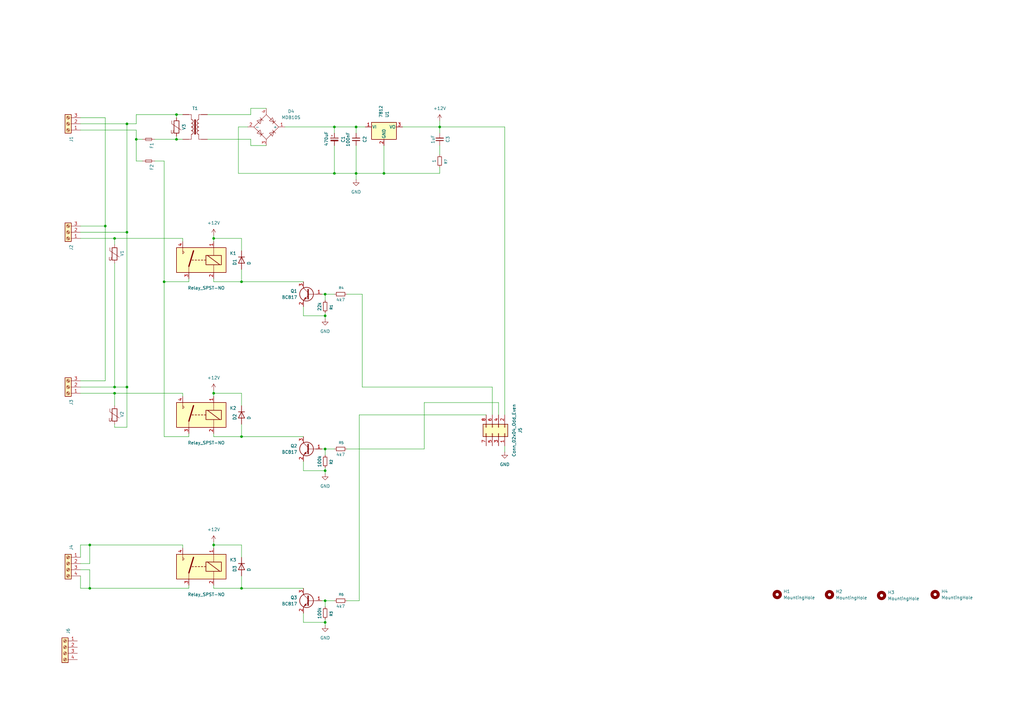
<source format=kicad_sch>
(kicad_sch (version 20250114) (generator "eeschema") (generator_version "9.0")
  (paper "A3")
  (lib_symbols
    (symbol "Connector:Screw_Terminal_01x03" (pin_names (offset 1.016) (hide yes))
      (property "Reference" "J" (at 0 5.08 0))
      (property "Value" "Screw_Terminal_01x03" (at 0 -5.08 0))
      (symbol "Screw_Terminal_01x03_1_1"
        (rectangle (start -1.27 3.81) (end 1.27 -3.81) (stroke (width 0.254)) (fill (type background)))
        (polyline (pts (xy -0.5334 2.8702) (xy 0.3302 2.032)) (stroke (width 0.1524)))
        (polyline (pts (xy -0.5334 0.3302) (xy 0.3302 -0.508)) (stroke (width 0.1524)))
        (polyline (pts (xy -0.5334 -2.2098) (xy 0.3302 -3.048)) (stroke (width 0.1524)))
        (polyline (pts (xy -0.3556 3.048) (xy 0.508 2.2098)) (stroke (width 0.1524)))
        (polyline (pts (xy -0.3556 0.508) (xy 0.508 -0.3302)) (stroke (width 0.1524)))
        (polyline (pts (xy -0.3556 -2.032) (xy 0.508 -2.8702)) (stroke (width 0.1524)))
        (circle (center 0 2.54) (radius 0.635) (stroke (width 0.1524)))
        (circle (center 0 0) (radius 0.635) (stroke (width 0.1524)))
        (circle (center 0 -2.54) (radius 0.635) (stroke (width 0.1524)))
        (pin passive line (at -5.08 2.54 0) (length 3.81) (name "Pin_1") (number "1"))
        (pin passive line (at -5.08 0 0) (length 3.81) (name "Pin_2") (number "2"))
        (pin passive line (at -5.08 -2.54 0) (length 3.81) (name "Pin_3") (number "3"))
      )
    )
    (symbol "Connector:Screw_Terminal_01x04" (pin_names (offset 1.016) (hide yes))
      (property "Reference" "J" (at 0 5.08 0))
      (property "Value" "Screw_Terminal_01x04" (at 0 -7.62 0))
      (symbol "Screw_Terminal_01x04_1_1"
        (rectangle (start -1.27 3.81) (end 1.27 -6.35) (stroke (width 0.254)) (fill (type background)))
        (polyline (pts (xy -0.5334 2.8702) (xy 0.3302 2.032)) (stroke (width 0.1524)))
        (polyline (pts (xy -0.5334 0.3302) (xy 0.3302 -0.508)) (stroke (width 0.1524)))
        (polyline (pts (xy -0.5334 -2.2098) (xy 0.3302 -3.048)) (stroke (width 0.1524)))
        (polyline (pts (xy -0.5334 -4.7498) (xy 0.3302 -5.588)) (stroke (width 0.1524)))
        (polyline (pts (xy -0.3556 3.048) (xy 0.508 2.2098)) (stroke (width 0.1524)))
        (polyline (pts (xy -0.3556 0.508) (xy 0.508 -0.3302)) (stroke (width 0.1524)))
        (polyline (pts (xy -0.3556 -2.032) (xy 0.508 -2.8702)) (stroke (width 0.1524)))
        (polyline (pts (xy -0.3556 -4.572) (xy 0.508 -5.4102)) (stroke (width 0.1524)))
        (circle (center 0 2.54) (radius 0.635) (stroke (width 0.1524)))
        (circle (center 0 0) (radius 0.635) (stroke (width 0.1524)))
        (circle (center 0 -2.54) (radius 0.635) (stroke (width 0.1524)))
        (circle (center 0 -5.08) (radius 0.635) (stroke (width 0.1524)))
        (pin passive line (at -5.08 2.54 0) (length 3.81) (name "Pin_1") (number "1"))
        (pin passive line (at -5.08 0 0) (length 3.81) (name "Pin_2") (number "2"))
        (pin passive line (at -5.08 -2.54 0) (length 3.81) (name "Pin_3") (number "3"))
        (pin passive line (at -5.08 -5.08 0) (length 3.81) (name "Pin_4") (number "4"))
      )
    )
    (symbol "Connector_Generic:Conn_02x04_Odd_Even" (pin_names (offset 1.016) (hide yes))
      (property "Reference" "J" (at 1.27 5.08 0))
      (property "Value" "Conn_02x04_Odd_Even" (at 1.27 -7.62 0))
      (symbol "Conn_02x04_Odd_Even_1_1"
        (rectangle (start -1.27 3.81) (end 3.81 -6.35) (stroke (width 0.254)) (fill (type background)))
        (rectangle (start -1.27 2.667) (end 0 2.413) (stroke (width 0.1524)))
        (rectangle (start -1.27 0.127) (end 0 -0.127) (stroke (width 0.1524)))
        (rectangle (start -1.27 -2.413) (end 0 -2.667) (stroke (width 0.1524)))
        (rectangle (start -1.27 -4.953) (end 0 -5.207) (stroke (width 0.1524)))
        (rectangle (start 3.81 2.667) (end 2.54 2.413) (stroke (width 0.1524)))
        (rectangle (start 3.81 0.127) (end 2.54 -0.127) (stroke (width 0.1524)))
        (rectangle (start 3.81 -2.413) (end 2.54 -2.667) (stroke (width 0.1524)))
        (rectangle (start 3.81 -4.953) (end 2.54 -5.207) (stroke (width 0.1524)))
        (pin passive line (at -5.08 2.54 0) (length 3.81) (name "Pin_1") (number "1"))
        (pin passive line (at -5.08 0 0) (length 3.81) (name "Pin_3") (number "3"))
        (pin passive line (at -5.08 -2.54 0) (length 3.81) (name "Pin_5") (number "5"))
        (pin passive line (at -5.08 -5.08 0) (length 3.81) (name "Pin_7") (number "7"))
        (pin passive line (at 7.62 2.54 180) (length 3.81) (name "Pin_2") (number "2"))
        (pin passive line (at 7.62 0 180) (length 3.81) (name "Pin_4") (number "4"))
        (pin passive line (at 7.62 -2.54 180) (length 3.81) (name "Pin_6") (number "6"))
        (pin passive line (at 7.62 -5.08 180) (length 3.81) (name "Pin_8") (number "8"))
      )
    )
    (symbol "Device:C_Polarized_Small" (pin_numbers (hide yes)) (pin_names (offset 0.254) (hide yes))
      (property "Reference" "C" (at 0.254 1.778 0))
      (property "Value" "C_Polarized_Small" (at 0.254 -2.032 0))
      (symbol "C_Polarized_Small_0_1"
        (rectangle (start -1.524 0.6858) (end 1.524 0.3048))
        (rectangle (start -1.524 -0.3048) (end 1.524 -0.6858) (fill (type outline)))
        (polyline (pts (xy -1.27 1.524) (xy -0.762 1.524)))
        (polyline (pts (xy -1.016 1.27) (xy -1.016 1.778)))
      )
      (symbol "C_Polarized_Small_1_1"
        (pin passive line (at 0 2.54 270) (length 1.8542) (name "~") (number "1"))
        (pin passive line (at 0 -2.54 90) (length 1.8542) (name "~") (number "2"))
      )
    )
    (symbol "Device:C_Small" (pin_numbers (hide yes)) (pin_names (offset 0.254) (hide yes))
      (property "Reference" "C" (at 0.254 1.778 0))
      (property "Value" "C_Small" (at 0.254 -2.032 0))
      (symbol "C_Small_0_1"
        (polyline (pts (xy -1.524 0.508) (xy 1.524 0.508)) (stroke (width 0.3048)))
        (polyline (pts (xy -1.524 -0.508) (xy 1.524 -0.508)) (stroke (width 0.3302)))
      )
      (symbol "C_Small_1_1"
        (pin passive line (at 0 2.54 270) (length 2.032) (name "~") (number "1"))
        (pin passive line (at 0 -2.54 90) (length 2.032) (name "~") (number "2"))
      )
    )
    (symbol "Device:D" (pin_numbers (hide yes)) (pin_names (offset 1.016) (hide yes))
      (property "Reference" "D" (at 0 2.54 0))
      (property "Value" "D" (at 0 -2.54 0))
      (symbol "D_0_1"
        (polyline (pts (xy -1.27 1.27) (xy -1.27 -1.27)) (stroke (width 0.254)))
        (polyline (pts (xy 1.27 1.27) (xy 1.27 -1.27) (xy -1.27 0) (xy 1.27 1.27)) (stroke (width 0.254)))
        (polyline (pts (xy 1.27 0) (xy -1.27 0)))
      )
      (symbol "D_1_1"
        (pin passive line (at -3.81 0 0) (length 2.54) (name "K") (number "1"))
        (pin passive line (at 3.81 0 180) (length 2.54) (name "A") (number "2"))
      )
    )
    (symbol "Device:Fuse_Small" (pin_numbers (hide yes)) (pin_names (offset 0.254) (hide yes))
      (property "Reference" "F" (at 0 -1.524 0))
      (property "Value" "Fuse_Small" (at 0 1.524 0))
      (symbol "Fuse_Small_0_1"
        (rectangle (start -1.27 0.508) (end 1.27 -0.508))
        (polyline (pts (xy -1.27 0) (xy 1.27 0)))
      )
      (symbol "Fuse_Small_1_1"
        (pin passive line (at -2.54 0 0) (length 1.27) (name "~") (number "1"))
        (pin passive line (at 2.54 0 180) (length 1.27) (name "~") (number "2"))
      )
    )
    (symbol "Device:R_Small" (pin_numbers (hide yes)) (pin_names (offset 0.254) (hide yes))
      (property "Reference" "R" (at 0 0 90))
      (property "Value" "R_Small" (at 1.778 0 90))
      (symbol "R_Small_0_1"
        (rectangle (start -0.762 1.778) (end 0.762 -1.778) (stroke (width 0.2032)))
      )
      (symbol "R_Small_1_1"
        (pin passive line (at 0 2.54 270) (length 0.762) (name "~") (number "1"))
        (pin passive line (at 0 -2.54 90) (length 0.762) (name "~") (number "2"))
      )
    )
    (symbol "Device:Varistor" (pin_numbers (hide yes)) (pin_names (offset 0))
      (property "Reference" "RV" (at 3.175 0 90))
      (property "Value" "Varistor" (at -3.175 0 90))
      (symbol "Varistor_0_0"
        (text "U" (at -1.778 -2.032 0) (effects (font (size 1.27 1.27))))
      )
      (symbol "Varistor_0_1"
        (polyline (pts (xy -1.905 2.54) (xy -1.905 1.27) (xy 1.905 -1.27)))
        (rectangle (start -1.016 -2.54) (end 1.016 2.54) (stroke (width 0.254)))
      )
      (symbol "Varistor_1_1"
        (pin passive line (at 0 3.81 270) (length 1.27) (name "~") (number "1"))
        (pin passive line (at 0 -3.81 90) (length 1.27) (name "~") (number "2"))
      )
    )
    (symbol "Diode_Bridge:MDB10S"
      (property "Reference" "D1" (at 4.9532 -10.16 90))
      (property "Value" "MDB10S" (at 2.4132 -10.16 90))
      (symbol "MDB10S_1_1"
        (polyline (pts (xy -5.08 0) (xy 0 -5.08) (xy 5.08 0) (xy 0 5.08) (xy -5.08 0)))
        (polyline (pts (xy -3.81 2.54) (xy -2.54 1.27) (xy -1.905 3.175) (xy -3.81 2.54)))
        (polyline (pts (xy -2.54 3.81) (xy -1.27 2.54)))
        (polyline (pts (xy -2.54 -1.27) (xy -3.81 -2.54) (xy -1.905 -3.175) (xy -2.54 -1.27)))
        (polyline (pts (xy -1.27 -2.54) (xy -2.54 -3.81)))
        (polyline (pts (xy 1.27 2.54) (xy 2.54 3.81) (xy 3.175 1.905) (xy 1.27 2.54)))
        (polyline (pts (xy 2.54 1.27) (xy 3.81 2.54)))
        (polyline (pts (xy 2.54 -1.27) (xy 3.81 -2.54)))
        (polyline (pts (xy 3.175 -1.905) (xy 1.27 -2.54) (xy 2.54 -3.81) (xy 3.175 -1.905)))
        (pin power_out line (at -7.62 0 0) (length 2.54) (name "-") (number "2"))
        (pin passive line (at 0 7.62 270) (length 2.54) (name "~") (number "4"))
        (pin passive line (at 0 -7.62 90) (length 2.54) (name "~") (number "3"))
        (pin power_out line (at 7.62 0 180) (length 2.54) (name "+") (number "1"))
      )
    )
    (symbol "Mechanical:MountingHole" (pin_names (offset 1.016)) (in_bom no)
      (property "Reference" "H" (at 0 5.08 0))
      (property "Value" "MountingHole" (at 0 3.175 0))
      (symbol "MountingHole_0_1"
        (circle (center 0 0) (radius 1.27) (stroke (width 1.27)))
      )
    )
    (symbol "Regulator_Linear:LM78M05_TO252" (pin_names (offset 0.254))
      (property "Reference" "U" (at -3.81 3.175 0))
      (property "Value" "LM78M05_TO252" (at 0 3.175 0))
      (symbol "LM78M05_TO252_0_1"
        (rectangle (start -5.08 1.905) (end 5.08 -5.08) (stroke (width 0.254)) (fill (type background)))
      )
      (symbol "LM78M05_TO252_1_1"
        (pin power_in line (at -7.62 0 0) (length 2.54) (name "VI") (number "1"))
        (pin power_in line (at 0 -7.62 90) (length 2.54) (name "GND") (number "2"))
        (pin power_out line (at 7.62 0 180) (length 2.54) (name "VO") (number "3"))
      )
    )
    (symbol "Relay_SPST-NO_1"
      (property "Reference" "K3" (at -11.684 2.794 0))
      (property "Value" "Relay_SPST-NO" (at 5.588 -11.43 0))
      (symbol "Relay_SPST-NO_1_0_0"
        (polyline (pts (xy 7.62 5.08) (xy 7.62 2.54) (xy 6.985 3.175) (xy 7.62 3.81)))
      )
      (symbol "Relay_SPST-NO_1_0_1"
        (rectangle (start -10.16 5.08) (end 10.16 -5.08) (stroke (width 0.254)) (fill (type background)))
        (rectangle (start -8.255 1.905) (end -1.905 -1.905) (stroke (width 0.254)))
        (polyline (pts (xy -7.62 -1.905) (xy -2.54 1.905)) (stroke (width 0.254)))
        (polyline (pts (xy -5.08 5.08) (xy -5.08 1.905)))
        (polyline (pts (xy -5.08 -5.08) (xy -5.08 -1.905)))
        (polyline (pts (xy -1.905 0) (xy -1.27 0)) (stroke (width 0.254)))
        (polyline (pts (xy -0.635 0) (xy 0 0)) (stroke (width 0.254)))
        (polyline (pts (xy 0.635 0) (xy 1.27 0)) (stroke (width 0.254)))
        (polyline (pts (xy 1.905 0) (xy 2.54 0)) (stroke (width 0.254)))
        (polyline (pts (xy 3.175 0) (xy 3.81 0)) (stroke (width 0.254)))
        (polyline (pts (xy 5.08 -2.54) (xy 3.175 3.81)) (stroke (width 0.508)))
        (polyline (pts (xy 5.08 -2.54) (xy 5.08 -5.08)))
      )
      (symbol "Relay_SPST-NO_1_1_1"
        (pin passive line (at -5.08 7.62 270) (length 2.54) (name "~") (number "1"))
        (pin passive line (at -5.08 -7.62 90) (length 2.54) (name "~") (number "2"))
        (pin passive line (at 5.08 -7.62 90) (length 2.54) (name "~") (number "3"))
        (pin passive line (at 7.62 7.62 270) (length 2.54) (name "~") (number "4"))
      )
    )
    (symbol "Transformer:TRANSF1" (pin_numbers (hide yes)) (pin_names (offset 0))
      (property "Reference" "TR" (at 0 6.35 0))
      (property "Value" "TRANSF1" (at 0 -6.35 0))
      (symbol "TRANSF1_0_1"
        (polyline (pts (xy -2.54 5.08) (xy -1.524 5.08) (xy -1.524 3.048)) (stroke (width 0.1524)))
        (arc (start -1.524 3.048) (mid -0.7653 2.286) (end -1.524 1.524) (stroke (width 0.2032)))
        (arc (start -1.524 1.524) (mid -0.7653 0.762) (end -1.524 0) (stroke (width 0.2032)))
        (arc (start -1.524 0) (mid -0.7653 -0.762) (end -1.524 -1.524) (stroke (width 0.2032)))
        (arc (start -1.524 -1.524) (mid -0.7653 -2.286) (end -1.524 -3.048) (stroke (width 0.2032)))
        (polyline (pts (xy -1.524 -3.048) (xy -1.524 -5.08) (xy -2.54 -5.08)) (stroke (width 0.1524)))
        (rectangle (start -0.254 3.048) (end 0.254 -3.048) (stroke (width 0.0254)) (fill (type outline)))
        (polyline (pts (xy 1.524 3.048) (xy 1.524 5.08) (xy 2.54 5.08)) (stroke (width 0.1524)))
        (arc (start 1.524 1.524) (mid 0.7653 2.286) (end 1.524 3.048) (stroke (width 0.2032)))
        (arc (start 1.524 0) (mid 0.7653 0.762) (end 1.524 1.524) (stroke (width 0.2032)))
        (arc (start 1.524 -1.524) (mid 0.7653 -0.762) (end 1.524 0) (stroke (width 0.2032)))
        (arc (start 1.524 -3.048) (mid 0.7653 -2.286) (end 1.524 -1.524) (stroke (width 0.2032)))
        (polyline (pts (xy 2.54 -5.08) (xy 1.524 -5.08) (xy 1.524 -3.048)) (stroke (width 0.1524)))
      )
      (symbol "TRANSF1_1_1"
        (pin passive line (at -5.08 5.08 0) (length 2.54) (name "~") (number "1"))
        (pin passive line (at -5.08 -5.08 0) (length 2.54) (name "~") (number "2"))
        (pin passive line (at 5.08 5.08 180) (length 2.54) (name "~") (number "4"))
        (pin passive line (at 5.08 -5.08 180) (length 2.54) (name "~") (number "3"))
      )
    )
    (symbol "Transistor_BJT:BC817" (pin_names (offset 0) (hide yes))
      (property "Reference" "Q" (at 5.08 1.905 0))
      (property "Value" "BC817" (at 5.08 0 0))
      (symbol "BC817_0_1"
        (polyline (pts (xy -2.54 0) (xy 0.635 0)))
        (polyline (pts (xy 0.635 1.905) (xy 0.635 -1.905)) (stroke (width 0.508)))
        (circle (center 1.27 0) (radius 2.8194) (stroke (width 0.254)))
      )
      (symbol "BC817_1_1"
        (polyline (pts (xy 0.635 0.635) (xy 2.54 2.54)))
        (polyline (pts (xy 0.635 -0.635) (xy 2.54 -2.54)))
        (polyline (pts (xy 1.27 -1.778) (xy 1.778 -1.27) (xy 2.286 -2.286) (xy 1.27 -1.778)) (fill (type outline)))
        (pin input line (at -5.08 0 0) (length 2.54) (name "B") (number "1"))
        (pin passive line (at 2.54 5.08 270) (length 2.54) (name "C") (number "3"))
        (pin passive line (at 2.54 -5.08 90) (length 2.54) (name "E") (number "2"))
      )
    )
    (symbol "power:+12V" (power) (pin_numbers (hide yes)) (pin_names (offset 0) (hide yes))
      (property "Value" "+12V" (at 0 3.556 0))
      (symbol "+12V_0_1"
        (polyline (pts (xy -0.762 1.27) (xy 0 2.54)))
        (polyline (pts (xy 0 2.54) (xy 0.762 1.27)))
        (polyline (pts (xy 0 0) (xy 0 2.54)))
      )
      (symbol "+12V_1_1"
        (pin power_in line (at 0 0 90) (length 0) (name "~") (number "1"))
      )
    )
    (symbol "power:GND" (power) (pin_numbers (hide yes)) (pin_names (offset 0) (hide yes))
      (property "Value" "GND" (at 0 -3.81 0))
      (symbol "GND_0_1"
        (polyline (pts (xy 0 0) (xy 0 -1.27) (xy 1.27 -1.27) (xy 0 -2.54) (xy -1.27 -1.27) (xy 0 -1.27)))
      )
      (symbol "GND_1_1"
        (pin power_in line (at 0 0 270) (length 0) (name "~") (number "1"))
      )
    )
  )
  (junction (at 133.35 120.65))
  (junction (at 46.99 158.75))
  (junction (at 87.63 223.52))
  (junction (at 157.48 71.12))
  (junction (at 46.99 161.29))
  (junction (at 99.06 179.07))
  (junction (at 67.31 115.57))
  (junction (at 52.07 95.25))
  (junction (at 55.88 57.15))
  (junction (at 72.39 46.99))
  (junction (at 99.06 115.57))
  (junction (at 52.07 158.75))
  (junction (at 43.18 92.71))
  (junction (at 180.34 52.07))
  (junction (at 87.63 97.79))
  (junction (at 99.06 241.3))
  (junction (at 133.35 184.15))
  (junction (at 87.63 161.29))
  (junction (at 72.39 57.15))
  (junction (at 146.05 52.07))
  (junction (at 133.35 193.04))
  (junction (at 133.35 255.27))
  (junction (at 137.16 71.12))
  (junction (at 146.05 71.12))
  (junction (at 46.99 97.79))
  (junction (at 137.16 52.07))
  (junction (at 52.07 50.8))
  (junction (at 133.35 246.38))
  (junction (at 36.83 223.52))
  (junction (at 36.83 241.3))
  (junction (at 133.35 129.54))
  (wire (pts (xy 33.02 53.34) (xy 55.88 53.34)))
  (wire (pts (xy 204.47 165.1) (xy 204.47 170.18)))
  (wire (pts (xy 33.02 48.26) (xy 43.18 48.26)))
  (wire (pts (xy 149.86 52.07) (xy 146.05 52.07)))
  (wire (pts (xy 36.83 223.52) (xy 36.83 231.14)))
  (wire (pts (xy 133.35 129.54) (xy 133.35 130.81)))
  (wire (pts (xy 99.06 179.07) (xy 124.46 179.07)))
  (wire (pts (xy 85.09 57.15) (xy 102.87 57.15)))
  (wire (pts (xy 67.31 66.04) (xy 67.31 115.57)))
  (wire (pts (xy 87.63 160.02) (xy 87.63 161.29)))
  (wire (pts (xy 137.16 71.12) (xy 97.79 71.12)))
  (wire (pts (xy 52.07 50.8) (xy 52.07 95.25)))
  (wire (pts (xy 33.02 97.79) (xy 46.99 97.79)))
  (wire (pts (xy 146.05 71.12) (xy 157.48 71.12)))
  (wire (pts (xy 87.63 96.52) (xy 87.63 97.79)))
  (wire (pts (xy 132.08 246.38) (xy 133.35 246.38)))
  (wire (pts (xy 99.06 97.79) (xy 99.06 102.87)))
  (wire (pts (xy 148.59 158.75) (xy 148.59 120.65)))
  (wire (pts (xy 46.99 161.29) (xy 74.93 161.29)))
  (wire (pts (xy 133.35 128.27) (xy 133.35 129.54)))
  (wire (pts (xy 74.93 57.15) (xy 72.39 57.15)))
  (wire (pts (xy 87.63 222.25) (xy 87.63 223.52)))
  (wire (pts (xy 146.05 59.69) (xy 146.05 71.12)))
  (wire (pts (xy 133.35 129.54) (xy 124.46 129.54)))
  (wire (pts (xy 180.34 52.07) (xy 207.01 52.07)))
  (wire (pts (xy 147.32 170.18) (xy 199.39 170.18)))
  (wire (pts (xy 157.48 71.12) (xy 180.34 71.12)))
  (wire (pts (xy 102.87 59.69) (xy 109.22 59.69)))
  (wire (pts (xy 74.93 161.29) (xy 74.93 162.56)))
  (wire (pts (xy 87.63 97.79) (xy 87.63 99.06)))
  (wire (pts (xy 36.83 233.68) (xy 36.83 241.3)))
  (wire (pts (xy 147.32 246.38) (xy 142.24 246.38)))
  (wire (pts (xy 36.83 223.52) (xy 33.02 223.52)))
  (wire (pts (xy 157.48 59.69) (xy 157.48 71.12)))
  (wire (pts (xy 133.35 186.69) (xy 133.35 184.15)))
  (wire (pts (xy 133.35 193.04) (xy 124.46 193.04)))
  (wire (pts (xy 33.02 233.68) (xy 36.83 233.68)))
  (wire (pts (xy 74.93 97.79) (xy 46.99 97.79)))
  (wire (pts (xy 55.88 66.04) (xy 58.42 66.04)))
  (wire (pts (xy 87.63 224.79) (xy 87.63 223.52)))
  (wire (pts (xy 33.02 161.29) (xy 46.99 161.29)))
  (wire (pts (xy 99.06 110.49) (xy 99.06 115.57)))
  (wire (pts (xy 55.88 46.99) (xy 55.88 50.8)))
  (wire (pts (xy 72.39 46.99) (xy 55.88 46.99)))
  (wire (pts (xy 77.47 240.03) (xy 77.47 241.3)))
  (wire (pts (xy 146.05 71.12) (xy 146.05 73.66)))
  (wire (pts (xy 133.35 246.38) (xy 137.16 246.38)))
  (wire (pts (xy 67.31 115.57) (xy 67.31 179.07)))
  (wire (pts (xy 124.46 125.73) (xy 124.46 129.54)))
  (wire (pts (xy 58.42 57.15) (xy 55.88 57.15)))
  (wire (pts (xy 87.63 114.3) (xy 87.63 115.57)))
  (wire (pts (xy 33.02 223.52) (xy 33.02 228.6)))
  (wire (pts (xy 116.84 52.07) (xy 137.16 52.07)))
  (wire (pts (xy 180.34 49.53) (xy 180.34 52.07)))
  (wire (pts (xy 99.06 115.57) (xy 124.46 115.57)))
  (wire (pts (xy 55.88 53.34) (xy 55.88 57.15)))
  (wire (pts (xy 87.63 240.03) (xy 87.63 241.3)))
  (wire (pts (xy 74.93 224.79) (xy 74.93 223.52)))
  (wire (pts (xy 63.5 66.04) (xy 67.31 66.04)))
  (wire (pts (xy 33.02 241.3) (xy 33.02 236.22)))
  (wire (pts (xy 165.1 52.07) (xy 180.34 52.07)))
  (wire (pts (xy 33.02 50.8) (xy 52.07 50.8)))
  (wire (pts (xy 97.79 52.07) (xy 97.79 71.12)))
  (wire (pts (xy 132.08 184.15) (xy 133.35 184.15)))
  (wire (pts (xy 180.34 52.07) (xy 180.34 54.61)))
  (wire (pts (xy 133.35 184.15) (xy 137.16 184.15)))
  (wire (pts (xy 77.47 177.8) (xy 77.47 179.07)))
  (wire (pts (xy 133.35 191.77) (xy 133.35 193.04)))
  (wire (pts (xy 55.88 57.15) (xy 55.88 66.04)))
  (wire (pts (xy 102.87 44.45) (xy 109.22 44.45)))
  (wire (pts (xy 148.59 120.65) (xy 142.24 120.65)))
  (wire (pts (xy 43.18 92.71) (xy 33.02 92.71)))
  (wire (pts (xy 46.99 173.99) (xy 46.99 175.26)))
  (wire (pts (xy 132.08 120.65) (xy 133.35 120.65)))
  (wire (pts (xy 180.34 59.69) (xy 180.34 63.5)))
  (wire (pts (xy 46.99 161.29) (xy 46.99 166.37)))
  (wire (pts (xy 133.35 255.27) (xy 133.35 256.54)))
  (wire (pts (xy 97.79 52.07) (xy 101.6 52.07)))
  (wire (pts (xy 180.34 68.58) (xy 180.34 71.12)))
  (wire (pts (xy 133.35 120.65) (xy 137.16 120.65)))
  (wire (pts (xy 99.06 241.3) (xy 87.63 241.3)))
  (wire (pts (xy 207.01 182.88) (xy 207.01 185.42)))
  (wire (pts (xy 147.32 170.18) (xy 147.32 246.38)))
  (wire (pts (xy 87.63 97.79) (xy 99.06 97.79)))
  (wire (pts (xy 52.07 95.25) (xy 52.07 158.75)))
  (wire (pts (xy 63.5 57.15) (xy 72.39 57.15)))
  (wire (pts (xy 46.99 107.95) (xy 46.99 158.75)))
  (wire (pts (xy 207.01 52.07) (xy 207.01 170.18)))
  (wire (pts (xy 99.06 179.07) (xy 87.63 179.07)))
  (wire (pts (xy 137.16 52.07) (xy 137.16 54.61)))
  (wire (pts (xy 52.07 175.26) (xy 46.99 175.26)))
  (wire (pts (xy 85.09 46.99) (xy 102.87 46.99)))
  (wire (pts (xy 87.63 161.29) (xy 99.06 161.29)))
  (wire (pts (xy 133.35 193.04) (xy 133.35 194.31)))
  (wire (pts (xy 43.18 48.26) (xy 43.18 92.71)))
  (wire (pts (xy 133.35 123.19) (xy 133.35 120.65)))
  (wire (pts (xy 99.06 173.99) (xy 99.06 179.07)))
  (wire (pts (xy 99.06 236.22) (xy 99.06 241.3)))
  (wire (pts (xy 99.06 241.3) (xy 124.46 241.3)))
  (wire (pts (xy 124.46 251.46) (xy 124.46 255.27)))
  (wire (pts (xy 133.35 248.92) (xy 133.35 246.38)))
  (wire (pts (xy 74.93 99.06) (xy 74.93 97.79)))
  (wire (pts (xy 74.93 46.99) (xy 72.39 46.99)))
  (wire (pts (xy 146.05 52.07) (xy 146.05 54.61)))
  (wire (pts (xy 124.46 189.23) (xy 124.46 193.04)))
  (wire (pts (xy 133.35 255.27) (xy 124.46 255.27)))
  (wire (pts (xy 146.05 71.12) (xy 137.16 71.12)))
  (wire (pts (xy 133.35 254) (xy 133.35 255.27)))
  (wire (pts (xy 102.87 46.99) (xy 102.87 44.45)))
  (wire (pts (xy 43.18 92.71) (xy 43.18 156.21)))
  (wire (pts (xy 43.18 156.21) (xy 33.02 156.21)))
  (wire (pts (xy 102.87 57.15) (xy 102.87 59.69)))
  (wire (pts (xy 87.63 115.57) (xy 99.06 115.57)))
  (wire (pts (xy 173.99 184.15) (xy 173.99 165.1)))
  (wire (pts (xy 72.39 46.99) (xy 72.39 48.26)))
  (wire (pts (xy 87.63 223.52) (xy 99.06 223.52)))
  (wire (pts (xy 142.24 184.15) (xy 173.99 184.15)))
  (wire (pts (xy 77.47 241.3) (xy 36.83 241.3)))
  (wire (pts (xy 52.07 95.25) (xy 33.02 95.25)))
  (wire (pts (xy 99.06 161.29) (xy 99.06 166.37)))
  (wire (pts (xy 36.83 241.3) (xy 33.02 241.3)))
  (wire (pts (xy 146.05 52.07) (xy 137.16 52.07)))
  (wire (pts (xy 87.63 179.07) (xy 87.63 177.8)))
  (wire (pts (xy 67.31 179.07) (xy 77.47 179.07)))
  (wire (pts (xy 137.16 59.69) (xy 137.16 71.12)))
  (wire (pts (xy 87.63 162.56) (xy 87.63 161.29)))
  (wire (pts (xy 46.99 97.79) (xy 46.99 100.33)))
  (wire (pts (xy 77.47 115.57) (xy 67.31 115.57)))
  (wire (pts (xy 148.59 158.75) (xy 201.93 158.75)))
  (wire (pts (xy 46.99 158.75) (xy 52.07 158.75)))
  (wire (pts (xy 74.93 223.52) (xy 36.83 223.52)))
  (wire (pts (xy 201.93 158.75) (xy 201.93 170.18)))
  (wire (pts (xy 52.07 50.8) (xy 55.88 50.8)))
  (wire (pts (xy 52.07 158.75) (xy 52.07 175.26)))
  (wire (pts (xy 36.83 231.14) (xy 33.02 231.14)))
  (wire (pts (xy 99.06 223.52) (xy 99.06 228.6)))
  (wire (pts (xy 173.99 165.1) (xy 204.47 165.1)))
  (wire (pts (xy 72.39 55.88) (xy 72.39 57.15)))
  (wire (pts (xy 33.02 158.75) (xy 46.99 158.75)))
  (wire (pts (xy 77.47 114.3) (xy 77.47 115.57)))
  (symbol (lib_id "Transistor_BJT:BC817") (at 127 246.38 0) (mirror y) (unit 1)
    (property "Reference" "Q3" (at 121.92 245.1099 0) (effects (justify left)))
    (property "Value" "BC817" (at 121.92 247.6499 0) (effects (justify left)))
    (property "Footprint" "Package_TO_SOT_SMD:SOT-23" (effects (hide yes)))
    (property "Datasheet" "https://www.onsemi.com/pub/Collateral/BC818-D.pdf" (effects (hide yes)))
    (property "Description" "0.8A Ic, 45V Vce, NPN Transistor, SOT-23" (effects (hide yes)))
  )
  (symbol (lib_id "Device:D") (at 99.06 170.18 270) (unit 1)
    (property "Reference" "D2" (at 96.266 169.672 0) (effects (justify left)))
    (property "Value" "D" (at 102.108 170.688 0) (effects (justify left)))
    (property "Footprint" "Diode_SMD:D_SMA" (effects (hide yes)))
    (property "Description" "Diode" (effects (hide yes)))
    (property "Sim.Device" "D" (effects (hide yes)))
    (property "Sim.Pins" "1=K 2=A" (effects (hide yes)))
  )
  (symbol (lib_id "Mechanical:MountingHole") (at 318.77 243.84 0) (unit 1) (in_bom no)
    (property "Reference" "H1" (at 321.31 242.5699 0) (effects (justify left)))
    (property "Value" "MountingHole" (at 321.31 245.1099 0) (effects (justify left)))
    (property "Footprint" "MountingHole:MountingHole_3.5mm" (effects (hide yes)))
    (property "Description" "Mounting Hole without connection" (effects (hide yes)))
  )
  (symbol (lib_id "Device:Varistor") (at 72.39 52.07 0) (unit 1)
    (property "Reference" "V3" (at 75.438 52.07 90))
    (property "Value" "Varistor" (effects (hide yes)))
    (property "Footprint" "Varistor:RV_Disc_D12mm_W3.9mm_P7.5mm" (effects (hide yes)))
    (property "Description" "Voltage dependent resistor" (effects (hide yes)))
    (property "Sim.Name" "kicad_builtin_varistor" (effects (hide yes)))
    (property "Sim.Device" "SUBCKT" (effects (hide yes)))
    (property "Sim.Pins" "1=A 2=B" (effects (hide yes)))
    (property "Sim.Params" "threshold=1k" (effects (hide yes)))
    (property "Sim.Library" "${KICAD9_SYMBOL_DIR}/Simulation_SPICE.sp" (effects (hide yes)))
  )
  (symbol (lib_id "Device:D") (at 99.06 232.41 270) (unit 1)
    (property "Reference" "D3" (at 96.266 231.902 0) (effects (justify left)))
    (property "Value" "D" (at 102.108 232.918 0) (effects (justify left)))
    (property "Footprint" "Diode_SMD:D_SMA" (effects (hide yes)))
    (property "Description" "Diode" (effects (hide yes)))
    (property "Sim.Device" "D" (effects (hide yes)))
    (property "Sim.Pins" "1=K 2=A" (effects (hide yes)))
  )
  (symbol (lib_id "power:GND") (at 146.05 73.66 0) (unit 1)
    (property "Reference" "#PWR07" (effects (hide yes)))
    (property "Value" "GND" (at 146.05 78.74 0))
    (property "Description" "Power symbol creates a global label with name \"GND\" , ground" (effects (hide yes)))
  )
  (symbol (lib_id "Device:R_Small") (at 139.7 120.65 90) (unit 1)
    (property "Reference" "R4" (at 139.954 118.11 90) (effects (font (size 1.016 1.016))))
    (property "Value" "4k7" (at 139.7 122.936 90))
    (property "Footprint" "Resistor_SMD:R_0603_1608Metric" (effects (hide yes)))
    (property "Description" "Resistor, small symbol" (effects (hide yes)))
  )
  (symbol (lib_id "Device:C_Polarized_Small") (at 137.16 57.15 0) (unit 1)
    (property "Reference" "C1" (at 140.716 57.15 90))
    (property "Value" "470uF" (at 133.858 56.896 90))
    (property "Footprint" "Capacitor_SMD:CP_Elec_10x10.5" (effects (hide yes)))
    (property "Description" "Polarized capacitor, small symbol" (effects (hide yes)))
  )
  (symbol (lib_id "power:+12V") (at 87.63 222.25 0) (unit 1)
    (property "Reference" "#PWR03" (effects (hide yes)))
    (property "Value" "+12V" (at 87.63 217.17 0))
    (property "Description" "Power symbol creates a global label with name \"+12V\"" (effects (hide yes)))
  )
  (symbol (lib_id "Device:Fuse_Small") (at 60.96 57.15 0) (unit 1)
    (property "Reference" "F1" (at 62.2301 58.42 90) (effects (justify right)))
    (property "Value" "Fuse_Small" (effects (hide yes)))
    (property "Footprint" "Fuse:Fuse_Littelfuse_372_D8.50mm" (effects (hide yes)))
    (property "Description" "Fuse, small symbol" (effects (hide yes)))
  )
  (symbol (lib_name "Relay_SPST-NO_1") (lib_id "Relay:Relay_SPST-NO") (at 82.55 170.18 0) (mirror y) (unit 1)
    (property "Reference" "K2" (at 94.234 167.386 0) (effects (justify right)))
    (property "Value" "Relay_SPST-NO" (at 76.962 181.61 0) (effects (justify right)))
    (property "Footprint" "Relay_THT:Relay_SPST_TE_PCN-1xxD3MHZ" (effects (hide yes)))
    (property "Description" "Relay SPST, normally open, EN50005" (effects (hide yes)))
  )
  (symbol (lib_id "power:GND") (at 207.01 185.42 0) (unit 1)
    (property "Reference" "#PWR09" (effects (hide yes)))
    (property "Value" "GND" (at 207.01 190.5 0))
    (property "Description" "Power symbol creates a global label with name \"GND\" , ground" (effects (hide yes)))
  )
  (symbol (lib_id "Transistor_BJT:BC817") (at 127 184.15 0) (mirror y) (unit 1)
    (property "Reference" "Q2" (at 121.92 182.8799 0) (effects (justify left)))
    (property "Value" "BC817" (at 121.92 185.4199 0) (effects (justify left)))
    (property "Footprint" "Package_TO_SOT_SMD:SOT-23" (effects (hide yes)))
    (property "Datasheet" "https://www.onsemi.com/pub/Collateral/BC818-D.pdf" (effects (hide yes)))
    (property "Description" "0.8A Ic, 45V Vce, NPN Transistor, SOT-23" (effects (hide yes)))
  )
  (symbol (lib_id "Device:R_Small") (at 180.34 66.04 0) (unit 1)
    (property "Reference" "R7" (at 182.88 66.294 90) (effects (font (size 1.016 1.016))))
    (property "Value" "1" (at 178.054 66.04 90))
    (property "Footprint" "Resistor_SMD:R_0603_1608Metric" (effects (hide yes)))
    (property "Description" "Resistor, small symbol" (effects (hide yes)))
  )
  (symbol (lib_id "Mechanical:MountingHole") (at 361.5677 244.2386 0) (unit 1) (in_bom no)
    (property "Reference" "H3" (at 364.1077 242.9685 0) (effects (justify left)))
    (property "Value" "MountingHole" (at 364.1077 245.5085 0) (effects (justify left)))
    (property "Footprint" "MountingHole:MountingHole_3.5mm" (effects (hide yes)))
    (property "Description" "Mounting Hole without connection" (effects (hide yes)))
  )
  (symbol (lib_id "Device:C_Small") (at 146.05 57.15 0) (unit 1)
    (property "Reference" "C2" (at 149.606 57.15 90))
    (property "Value" "100nF" (at 142.748 57.15 90))
    (property "Footprint" "Capacitor_SMD:C_0603_1608Metric" (effects (hide yes)))
    (property "Description" "Unpolarized capacitor, small symbol" (effects (hide yes)))
  )
  (symbol (lib_id "Device:R_Small") (at 133.35 125.73 0) (unit 1)
    (property "Reference" "R1" (at 135.89 125.984 90) (effects (font (size 1.016 1.016))))
    (property "Value" "22k" (at 131.064 125.73 90))
    (property "Footprint" "Resistor_SMD:R_0603_1608Metric" (effects (hide yes)))
    (property "Description" "Resistor, small symbol" (effects (hide yes)))
  )
  (symbol (lib_id "Connector:Screw_Terminal_01x04") (at 26.67 265.43 0) (mirror y) (unit 1)
    (property "Reference" "J6" (at 27.94 258.826 90))
    (property "Value" "Screw_Terminal_01x04" (effects (hide yes)))
    (property "Footprint" "Connector_Phoenix_MC:PhoenixContact_MCV_1,5_4-G-3.5_1x04_P3.50mm_Vertical" (effects (hide yes)))
    (property "Description" "Generic screw terminal, single row, 01x04, script generated (kicad-library-utils/schlib/autogen/connector/)" (effects (hide yes)))
  )
  (symbol (lib_id "Mechanical:MountingHole") (at 383.54 243.84 0) (unit 1) (in_bom no)
    (property "Reference" "H4" (at 386.08 242.5699 0) (effects (justify left)))
    (property "Value" "MountingHole" (at 386.08 245.1099 0) (effects (justify left)))
    (property "Footprint" "MountingHole:MountingHole_3.5mm" (effects (hide yes)))
    (property "Description" "Mounting Hole without connection" (effects (hide yes)))
  )
  (symbol (lib_id "power:GND") (at 133.35 130.81 0) (unit 1)
    (property "Reference" "#PWR04" (effects (hide yes)))
    (property "Value" "GND" (at 133.35 135.89 0))
    (property "Description" "Power symbol creates a global label with name \"GND\" , ground" (effects (hide yes)))
  )
  (symbol (lib_id "Device:C_Small") (at 180.34 57.15 180) (unit 1)
    (property "Reference" "C3" (at 183.642 57.15 90))
    (property "Value" "1uF" (at 177.546 57.15 90))
    (property "Footprint" "Capacitor_SMD:C_0603_1608Metric" (effects (hide yes)))
    (property "Description" "Unpolarized capacitor, small symbol" (effects (hide yes)))
  )
  (symbol (lib_id "Transistor_BJT:BC817") (at 127 120.65 0) (mirror y) (unit 1)
    (property "Reference" "Q1" (at 121.92 119.3799 0) (effects (justify left)))
    (property "Value" "BC817" (at 121.92 121.9199 0) (effects (justify left)))
    (property "Footprint" "Package_TO_SOT_SMD:SOT-23" (effects (hide yes)))
    (property "Datasheet" "https://www.onsemi.com/pub/Collateral/BC818-D.pdf" (effects (hide yes)))
    (property "Description" "0.8A Ic, 45V Vce, NPN Transistor, SOT-23" (effects (hide yes)))
  )
  (symbol (lib_id "Device:R_Small") (at 139.7 246.38 90) (unit 1)
    (property "Reference" "R6" (at 139.954 243.84 90) (effects (font (size 1.016 1.016))))
    (property "Value" "4k7" (at 139.7 248.666 90))
    (property "Footprint" "Resistor_SMD:R_0603_1608Metric" (effects (hide yes)))
    (property "Description" "Resistor, small symbol" (effects (hide yes)))
  )
  (symbol (lib_id "Device:D") (at 99.06 106.68 270) (unit 1)
    (property "Reference" "D1" (at 96.266 106.172 0) (effects (justify left)))
    (property "Value" "D" (at 102.108 107.188 0) (effects (justify left)))
    (property "Footprint" "Diode_SMD:D_SMA" (effects (hide yes)))
    (property "Description" "Diode" (effects (hide yes)))
    (property "Sim.Device" "D" (effects (hide yes)))
    (property "Sim.Pins" "1=K 2=A" (effects (hide yes)))
  )
  (symbol (lib_name "Relay_SPST-NO_1") (lib_id "Relay:Relay_SPST-NO") (at 82.55 106.68 0) (mirror y) (unit 1)
    (property "Reference" "K1" (at 94.234 103.886 0) (effects (justify right)))
    (property "Value" "Relay_SPST-NO" (at 76.962 118.11 0) (effects (justify right)))
    (property "Footprint" "Relay_THT:Relay_SPST_TE_PCN-1xxD3MHZ" (effects (hide yes)))
    (property "Description" "Relay SPST, normally open, EN50005" (effects (hide yes)))
  )
  (symbol (lib_id "Connector:Screw_Terminal_01x03") (at 27.94 95.25 180) (unit 1)
    (property "Reference" "J2" (at 29.2101 100.33 90) (effects (justify left)))
    (property "Value" "Screw_Terminal_01x03" (effects (hide yes)))
    (property "Footprint" "Connector_Phoenix_MSTB:PhoenixContact_MSTBVA_2,5_3-G-5,08_1x03_P5.08mm_Vertical" (effects (hide yes)))
    (property "Description" "Generic screw terminal, single row, 01x03, script generated (kicad-library-utils/schlib/autogen/connector/)" (effects (hide yes)))
  )
  (symbol (lib_id "Device:R_Small") (at 133.35 251.46 0) (unit 1)
    (property "Reference" "R3" (at 135.89 251.714 90) (effects (font (size 1.016 1.016))))
    (property "Value" "100k" (at 131.064 251.46 90))
    (property "Footprint" "Resistor_SMD:R_0603_1608Metric" (effects (hide yes)))
    (property "Description" "Resistor, small symbol" (effects (hide yes)))
  )
  (symbol (lib_id "Device:Varistor") (at 46.99 170.18 0) (unit 1)
    (property "Reference" "V2" (at 50.038 169.926 90))
    (property "Value" "Varistor" (effects (hide yes)))
    (property "Footprint" "Varistor:RV_Disc_D12mm_W3.9mm_P7.5mm" (effects (hide yes)))
    (property "Description" "Voltage dependent resistor" (effects (hide yes)))
    (property "Sim.Name" "kicad_builtin_varistor" (effects (hide yes)))
    (property "Sim.Device" "SUBCKT" (effects (hide yes)))
    (property "Sim.Pins" "1=A 2=B" (effects (hide yes)))
    (property "Sim.Params" "threshold=1k" (effects (hide yes)))
    (property "Sim.Library" "${KICAD9_SYMBOL_DIR}/Simulation_SPICE.sp" (effects (hide yes)))
  )
  (symbol (lib_id "power:GND") (at 133.35 256.54 0) (unit 1)
    (property "Reference" "#PWR06" (effects (hide yes)))
    (property "Value" "GND" (at 133.35 261.62 0))
    (property "Description" "Power symbol creates a global label with name \"GND\" , ground" (effects (hide yes)))
  )
  (symbol (lib_id "Connector:Screw_Terminal_01x04") (at 27.94 231.14 0) (mirror y) (unit 1)
    (property "Reference" "J4" (at 29.21 224.536 90))
    (property "Value" "Screw_Terminal_01x04" (effects (hide yes)))
    (property "Footprint" "Connector_Phoenix_MC:PhoenixContact_MCV_1,5_4-G-3.5_1x04_P3.50mm_Vertical" (effects (hide yes)))
    (property "Description" "Generic screw terminal, single row, 01x04, script generated (kicad-library-utils/schlib/autogen/connector/)" (effects (hide yes)))
  )
  (symbol (lib_id "power:+12V") (at 87.63 96.52 0) (unit 1)
    (property "Reference" "#PWR01" (effects (hide yes)))
    (property "Value" "+12V" (at 87.63 91.44 0))
    (property "Description" "Power symbol creates a global label with name \"+12V\"" (effects (hide yes)))
  )
  (symbol (lib_id "power:+12V") (at 87.63 160.02 0) (unit 1)
    (property "Reference" "#PWR02" (effects (hide yes)))
    (property "Value" "+12V" (at 87.63 154.94 0))
    (property "Description" "Power symbol creates a global label with name \"+12V\"" (effects (hide yes)))
  )
  (symbol (lib_id "Device:R_Small") (at 133.35 189.23 0) (unit 1)
    (property "Reference" "R2" (at 135.89 189.484 90) (effects (font (size 1.016 1.016))))
    (property "Value" "100k" (at 131.064 189.23 90))
    (property "Footprint" "Resistor_SMD:R_0603_1608Metric" (effects (hide yes)))
    (property "Description" "Resistor, small symbol" (effects (hide yes)))
  )
  (symbol (lib_name "Relay_SPST-NO_1") (lib_id "Relay:Relay_SPST-NO") (at 82.55 232.41 0) (mirror y) (unit 1)
    (property "Reference" "K3" (at 94.234 229.616 0) (effects (justify right)))
    (property "Value" "Relay_SPST-NO" (at 76.962 243.84 0) (effects (justify right)))
    (property "Footprint" "Relay_THT:Relay_SPST_TE_PCN-1xxD3MHZ" (effects (hide yes)))
    (property "Description" "Relay SPST, normally open, EN50005" (effects (hide yes)))
  )
  (symbol (lib_id "Connector_Generic:Conn_02x04_Odd_Even") (at 204.47 177.8 270) (mirror x) (unit 1)
    (property "Reference" "J5" (at 213.36 176.53 0))
    (property "Value" "Conn_02x04_Odd_Even" (at 210.82 176.53 0))
    (property "Footprint" "Connector_PinSocket_2.54mm:PinSocket_2x04_P2.54mm_Vertical" (effects (hide yes)))
    (property "Description" "Generic connector, double row, 02x04, odd/even pin numbering scheme (row 1 odd numbers, row 2 even numbers), script generated (kicad-library-utils/schlib/autogen/connector/)" (effects (hide yes)))
  )
  (symbol (lib_id "Connector:Screw_Terminal_01x03") (at 27.94 50.8 180) (unit 1)
    (property "Reference" "J1" (at 29.2101 55.88 90) (effects (justify left)))
    (property "Value" "Screw_Terminal_01x03" (effects (hide yes)))
    (property "Footprint" "Connector_Phoenix_MSTB:PhoenixContact_MSTBVA_2,5_3-G-5,08_1x03_P5.08mm_Vertical" (effects (hide yes)))
    (property "Description" "Generic screw terminal, single row, 01x03, script generated (kicad-library-utils/schlib/autogen/connector/)" (effects (hide yes)))
  )
  (symbol (lib_id "Connector:Screw_Terminal_01x03") (at 27.94 158.75 180) (unit 1)
    (property "Reference" "J3" (at 29.2101 163.83 90) (effects (justify left)))
    (property "Value" "Screw_Terminal_01x03" (effects (hide yes)))
    (property "Footprint" "Connector_Phoenix_MSTB:PhoenixContact_MSTBVA_2,5_3-G-5,08_1x03_P5.08mm_Vertical" (effects (hide yes)))
    (property "Description" "Generic screw terminal, single row, 01x03, script generated (kicad-library-utils/schlib/autogen/connector/)" (effects (hide yes)))
  )
  (symbol (lib_id "power:+12V") (at 180.34 49.53 0) (unit 1)
    (property "Reference" "#PWR08" (effects (hide yes)))
    (property "Value" "+12V" (at 180.34 44.45 0))
    (property "Description" "Power symbol creates a global label with name \"+12V\"" (effects (hide yes)))
  )
  (symbol (lib_id "Device:Varistor") (at 46.99 104.14 0) (unit 1)
    (property "Reference" "V1" (at 50.038 103.886 90))
    (property "Value" "Varistor" (effects (hide yes)))
    (property "Footprint" "Varistor:RV_Disc_D12mm_W3.9mm_P7.5mm" (effects (hide yes)))
    (property "Description" "Voltage dependent resistor" (effects (hide yes)))
    (property "Sim.Name" "kicad_builtin_varistor" (effects (hide yes)))
    (property "Sim.Device" "SUBCKT" (effects (hide yes)))
    (property "Sim.Pins" "1=A 2=B" (effects (hide yes)))
    (property "Sim.Params" "threshold=1k" (effects (hide yes)))
    (property "Sim.Library" "${KICAD9_SYMBOL_DIR}/Simulation_SPICE.sp" (effects (hide yes)))
  )
  (symbol (lib_id "Mechanical:MountingHole") (at 340.2093 243.8941 0) (unit 1) (in_bom no)
    (property "Reference" "H2" (at 342.7493 242.624 0) (effects (justify left)))
    (property "Value" "MountingHole" (at 342.7493 245.164 0) (effects (justify left)))
    (property "Footprint" "MountingHole:MountingHole_3.5mm" (effects (hide yes)))
    (property "Description" "Mounting Hole without connection" (effects (hide yes)))
  )
  (symbol (lib_id "Regulator_Linear:LM78M05_TO252") (at 157.48 52.07 0) (unit 1)
    (property "Reference" "U1" (at 158.7501 48.26 90) (effects (justify left)))
    (property "Value" "7812" (at 156.2101 48.26 90) (effects (justify left)))
    (property "Footprint" "Package_TO_SOT_SMD:TO-252-2" (effects (hide yes)))
    (property "Datasheet" "https://www.onsemi.com/pub/Collateral/MC78M00-D.PDF" (effects (hide yes)))
    (property "Description" "Positive 500mA 35V Linear Regulator, Fixed Output 5V, TO-252 (D-PAK)" (effects (hide yes)))
  )
  (symbol (lib_id "Transformer:TRANSF1") (at 80.01 52.07 0) (unit 1)
    (property "Reference" "T1" (at 80.01 44.45 0))
    (property "Value" "TRANSF1" (effects (hide yes)))
    (property "Footprint" "Library:VB-1,5_1_6" (effects (hide yes)))
  )
  (symbol (lib_id "Device:Fuse_Small") (at 60.96 66.04 0) (unit 1)
    (property "Reference" "F2" (at 62.2301 67.31 90) (effects (justify right)))
    (property "Value" "Fuse_Small" (effects (hide yes)))
    (property "Footprint" "Fuse:Fuse_Littelfuse_372_D8.50mm" (effects (hide yes)))
    (property "Description" "Fuse, small symbol" (effects (hide yes)))
  )
  (symbol (lib_id "power:GND") (at 133.35 194.31 0) (unit 1)
    (property "Reference" "#PWR05" (effects (hide yes)))
    (property "Value" "GND" (at 133.35 199.39 0))
    (property "Description" "Power symbol creates a global label with name \"GND\" , ground" (effects (hide yes)))
  )
  (symbol (lib_id "Device:R_Small") (at 139.7 184.15 90) (unit 1)
    (property "Reference" "R5" (at 139.954 181.61 90) (effects (font (size 1.016 1.016))))
    (property "Value" "4k7" (at 139.7 186.436 90))
    (property "Footprint" "Resistor_SMD:R_0603_1608Metric" (effects (hide yes)))
    (property "Description" "Resistor, small symbol" (effects (hide yes)))
  )
  (symbol (lib_id "Diode_Bridge:MDB10S") (at 109.22 52.07 0) (unit 1)
    (property "Reference" "D4" (at 119.38 45.6498 0))
    (property "Value" "MDB10S" (at 119.38 48.1898 0))
    (property "Footprint" "Package_SO:TSSOP-4_4.4x5mm_P4mm" (effects (hide yes)))
    (property "Datasheet" "https://www.onsemi.com/pub/Collateral/MDB8S-D.PDF" (effects (hide yes)))
    (property "Description" "Single-Phase Bridge Rectifier, 700V Vrms, 1A If, TSSOP-4" (effects (hide yes)))
  )
)
</source>
